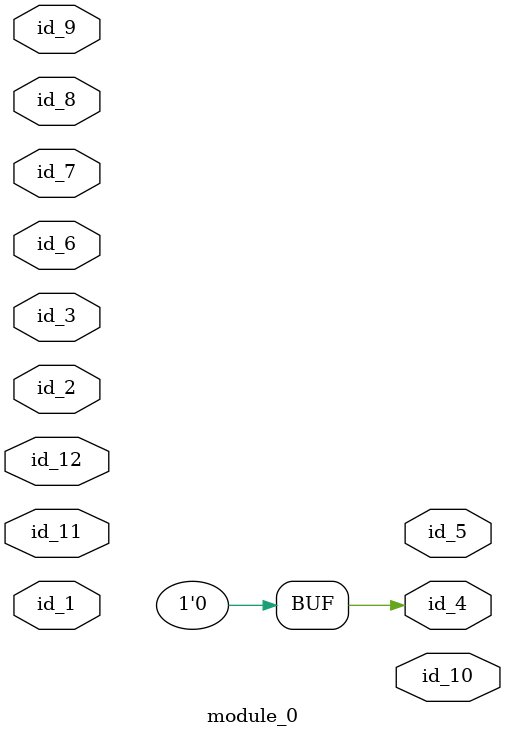
<source format=v>
`timescale 1ps / 1ps
module module_0 (
    id_1,
    id_2,
    id_3,
    id_4,
    id_5,
    id_6,
    id_7,
    id_8,
    id_9,
    id_10,
    id_11,
    id_12
);
  input id_12;
  inout id_11;
  output id_10;
  input id_9;
  inout id_8;
  input id_7;
  input id_6;
  output id_5;
  output id_4;
  inout id_3;
  input id_2;
  input id_1;
  assign id_4 = 1'b0;
endmodule

</source>
